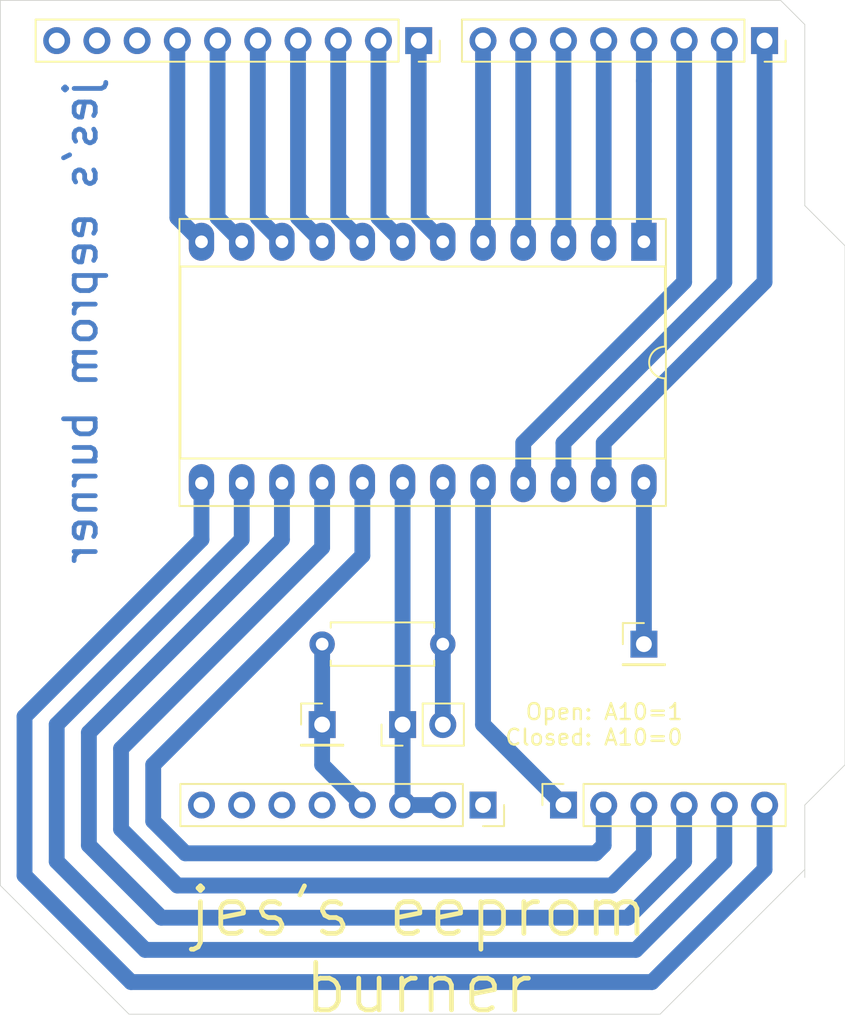
<source format=kicad_pcb>
(kicad_pcb (version 20171130) (host pcbnew 5.1.5+dfsg1-2build2)

  (general
    (thickness 1.6)
    (drawings 14)
    (tracks 76)
    (zones 0)
    (modules 9)
    (nets 1)
  )

  (page A4)
  (layers
    (0 F.Cu signal)
    (31 B.Cu signal)
    (32 B.Adhes user)
    (33 F.Adhes user)
    (34 B.Paste user)
    (35 F.Paste user)
    (36 B.SilkS user)
    (37 F.SilkS user)
    (38 B.Mask user)
    (39 F.Mask user)
    (40 Dwgs.User user)
    (41 Cmts.User user)
    (42 Eco1.User user)
    (43 Eco2.User user)
    (44 Edge.Cuts user)
    (45 Margin user)
    (46 B.CrtYd user)
    (47 F.CrtYd user)
    (48 B.Fab user hide)
    (49 F.Fab user hide)
  )

  (setup
    (last_trace_width 1)
    (trace_clearance 1)
    (zone_clearance 0.508)
    (zone_45_only no)
    (trace_min 0.2)
    (via_size 0.8)
    (via_drill 0.4)
    (via_min_size 0.4)
    (via_min_drill 0.3)
    (uvia_size 0.3)
    (uvia_drill 0.1)
    (uvias_allowed no)
    (uvia_min_size 0.2)
    (uvia_min_drill 0.1)
    (edge_width 0.05)
    (segment_width 0.2)
    (pcb_text_width 0.3)
    (pcb_text_size 1.5 1.5)
    (mod_edge_width 0.12)
    (mod_text_size 1 1)
    (mod_text_width 0.15)
    (pad_size 1.524 1.524)
    (pad_drill 0.762)
    (pad_to_mask_clearance 0.051)
    (solder_mask_min_width 0.25)
    (aux_axis_origin 0 0)
    (visible_elements FFFFFF7F)
    (pcbplotparams
      (layerselection 0x01020_fffffffe)
      (usegerberextensions false)
      (usegerberattributes false)
      (usegerberadvancedattributes false)
      (creategerberjobfile false)
      (excludeedgelayer true)
      (linewidth 0.100000)
      (plotframeref false)
      (viasonmask false)
      (mode 1)
      (useauxorigin false)
      (hpglpennumber 1)
      (hpglpenspeed 20)
      (hpglpendiameter 15.000000)
      (psnegative false)
      (psa4output false)
      (plotreference false)
      (plotvalue false)
      (plotinvisibletext false)
      (padsonsilk false)
      (subtractmaskfromsilk false)
      (outputformat 1)
      (mirror false)
      (drillshape 0)
      (scaleselection 1)
      (outputdirectory "gerber/"))
  )

  (net 0 "")

  (net_class Default "This is the default net class."
    (clearance 1)
    (trace_width 1)
    (via_dia 0.8)
    (via_drill 0.4)
    (uvia_dia 0.3)
    (uvia_drill 0.1)
  )

  (module Connector_PinSocket_2.54mm:PinSocket_1x10_P2.54mm_Vertical (layer F.Cu) (tedit 5A19A425) (tstamp 6024BE8D)
    (at 102.616 81.28 270)
    (descr "Through hole straight socket strip, 1x10, 2.54mm pitch, single row (from Kicad 4.0.7), script generated")
    (tags "Through hole socket strip THT 1x10 2.54mm single row")
    (fp_text reference REF** (at 0 -2.77 90) (layer F.SilkS) hide
      (effects (font (size 1 1) (thickness 0.15)))
    )
    (fp_text value PinSocket_1x10_P2.54mm_Vertical (at 0 25.63 90) (layer F.Fab)
      (effects (font (size 1 1) (thickness 0.15)))
    )
    (fp_text user %R (at 0 11.43) (layer F.Fab)
      (effects (font (size 1 1) (thickness 0.15)))
    )
    (fp_line (start -1.8 24.6) (end -1.8 -1.8) (layer F.CrtYd) (width 0.05))
    (fp_line (start 1.75 24.6) (end -1.8 24.6) (layer F.CrtYd) (width 0.05))
    (fp_line (start 1.75 -1.8) (end 1.75 24.6) (layer F.CrtYd) (width 0.05))
    (fp_line (start -1.8 -1.8) (end 1.75 -1.8) (layer F.CrtYd) (width 0.05))
    (fp_line (start 0 -1.33) (end 1.33 -1.33) (layer F.SilkS) (width 0.12))
    (fp_line (start 1.33 -1.33) (end 1.33 0) (layer F.SilkS) (width 0.12))
    (fp_line (start 1.33 1.27) (end 1.33 24.19) (layer F.SilkS) (width 0.12))
    (fp_line (start -1.33 24.19) (end 1.33 24.19) (layer F.SilkS) (width 0.12))
    (fp_line (start -1.33 1.27) (end -1.33 24.19) (layer F.SilkS) (width 0.12))
    (fp_line (start -1.33 1.27) (end 1.33 1.27) (layer F.SilkS) (width 0.12))
    (fp_line (start -1.27 24.13) (end -1.27 -1.27) (layer F.Fab) (width 0.1))
    (fp_line (start 1.27 24.13) (end -1.27 24.13) (layer F.Fab) (width 0.1))
    (fp_line (start 1.27 -0.635) (end 1.27 24.13) (layer F.Fab) (width 0.1))
    (fp_line (start 0.635 -1.27) (end 1.27 -0.635) (layer F.Fab) (width 0.1))
    (fp_line (start -1.27 -1.27) (end 0.635 -1.27) (layer F.Fab) (width 0.1))
    (pad 10 thru_hole oval (at 0 22.86 270) (size 1.7 1.7) (drill 1) (layers *.Cu *.Mask))
    (pad 9 thru_hole oval (at 0 20.32 270) (size 1.7 1.7) (drill 1) (layers *.Cu *.Mask))
    (pad 8 thru_hole oval (at 0 17.78 270) (size 1.7 1.7) (drill 1) (layers *.Cu *.Mask))
    (pad 7 thru_hole oval (at 0 15.24 270) (size 1.7 1.7) (drill 1) (layers *.Cu *.Mask))
    (pad 6 thru_hole oval (at 0 12.7 270) (size 1.7 1.7) (drill 1) (layers *.Cu *.Mask))
    (pad 5 thru_hole oval (at 0 10.16 270) (size 1.7 1.7) (drill 1) (layers *.Cu *.Mask))
    (pad 4 thru_hole oval (at 0 7.62 270) (size 1.7 1.7) (drill 1) (layers *.Cu *.Mask))
    (pad 3 thru_hole oval (at 0 5.08 270) (size 1.7 1.7) (drill 1) (layers *.Cu *.Mask))
    (pad 2 thru_hole oval (at 0 2.54 270) (size 1.7 1.7) (drill 1) (layers *.Cu *.Mask))
    (pad 1 thru_hole rect (at 0 0 270) (size 1.7 1.7) (drill 1) (layers *.Cu *.Mask))
    (model ${KISYS3DMOD}/Connector_PinSocket_2.54mm.3dshapes/PinSocket_1x10_P2.54mm_Vertical.wrl
      (at (xyz 0 0 0))
      (scale (xyz 1 1 1))
      (rotate (xyz 0 0 0))
    )
  )

  (module Connector_PinHeader_2.54mm:PinHeader_1x01_P2.54mm_Vertical (layer F.Cu) (tedit 59FED5CC) (tstamp 6024F171)
    (at 116.84 119.38)
    (descr "Through hole straight pin header, 1x01, 2.54mm pitch, single row")
    (tags "Through hole pin header THT 1x01 2.54mm single row")
    (fp_text reference REF** (at 0 -2.33) (layer F.SilkS) hide
      (effects (font (size 1 1) (thickness 0.15)))
    )
    (fp_text value PinHeader_1x01_P2.54mm_Vertical (at 0 2.33) (layer F.Fab)
      (effects (font (size 1 1) (thickness 0.15)))
    )
    (fp_line (start -0.635 -1.27) (end 1.27 -1.27) (layer F.Fab) (width 0.1))
    (fp_line (start 1.27 -1.27) (end 1.27 1.27) (layer F.Fab) (width 0.1))
    (fp_line (start 1.27 1.27) (end -1.27 1.27) (layer F.Fab) (width 0.1))
    (fp_line (start -1.27 1.27) (end -1.27 -0.635) (layer F.Fab) (width 0.1))
    (fp_line (start -1.27 -0.635) (end -0.635 -1.27) (layer F.Fab) (width 0.1))
    (fp_line (start -1.33 1.33) (end 1.33 1.33) (layer F.SilkS) (width 0.12))
    (fp_line (start -1.33 1.27) (end -1.33 1.33) (layer F.SilkS) (width 0.12))
    (fp_line (start 1.33 1.27) (end 1.33 1.33) (layer F.SilkS) (width 0.12))
    (fp_line (start -1.33 1.27) (end 1.33 1.27) (layer F.SilkS) (width 0.12))
    (fp_line (start -1.33 0) (end -1.33 -1.33) (layer F.SilkS) (width 0.12))
    (fp_line (start -1.33 -1.33) (end 0 -1.33) (layer F.SilkS) (width 0.12))
    (fp_line (start -1.8 -1.8) (end -1.8 1.8) (layer F.CrtYd) (width 0.05))
    (fp_line (start -1.8 1.8) (end 1.8 1.8) (layer F.CrtYd) (width 0.05))
    (fp_line (start 1.8 1.8) (end 1.8 -1.8) (layer F.CrtYd) (width 0.05))
    (fp_line (start 1.8 -1.8) (end -1.8 -1.8) (layer F.CrtYd) (width 0.05))
    (fp_text user %R (at 0 0 90) (layer F.Fab)
      (effects (font (size 1 1) (thickness 0.15)))
    )
    (pad 1 thru_hole rect (at 0 0) (size 1.7 1.7) (drill 1) (layers *.Cu *.Mask))
    (model ${KISYS3DMOD}/Connector_PinHeader_2.54mm.3dshapes/PinHeader_1x01_P2.54mm_Vertical.wrl
      (at (xyz 0 0 0))
      (scale (xyz 1 1 1))
      (rotate (xyz 0 0 0))
    )
  )

  (module Connector_PinHeader_2.54mm:PinHeader_1x01_P2.54mm_Vertical (layer F.Cu) (tedit 59FED5CC) (tstamp 6024F0EB)
    (at 96.52 124.46)
    (descr "Through hole straight pin header, 1x01, 2.54mm pitch, single row")
    (tags "Through hole pin header THT 1x01 2.54mm single row")
    (fp_text reference REF** (at 0 -2.33) (layer F.SilkS) hide
      (effects (font (size 1 1) (thickness 0.15)))
    )
    (fp_text value PinHeader_1x01_P2.54mm_Vertical (at 0 2.33) (layer F.Fab)
      (effects (font (size 1 1) (thickness 0.15)))
    )
    (fp_text user %R (at 0 0 90) (layer F.Fab)
      (effects (font (size 1 1) (thickness 0.15)))
    )
    (fp_line (start 1.8 -1.8) (end -1.8 -1.8) (layer F.CrtYd) (width 0.05))
    (fp_line (start 1.8 1.8) (end 1.8 -1.8) (layer F.CrtYd) (width 0.05))
    (fp_line (start -1.8 1.8) (end 1.8 1.8) (layer F.CrtYd) (width 0.05))
    (fp_line (start -1.8 -1.8) (end -1.8 1.8) (layer F.CrtYd) (width 0.05))
    (fp_line (start -1.33 -1.33) (end 0 -1.33) (layer F.SilkS) (width 0.12))
    (fp_line (start -1.33 0) (end -1.33 -1.33) (layer F.SilkS) (width 0.12))
    (fp_line (start -1.33 1.27) (end 1.33 1.27) (layer F.SilkS) (width 0.12))
    (fp_line (start 1.33 1.27) (end 1.33 1.33) (layer F.SilkS) (width 0.12))
    (fp_line (start -1.33 1.27) (end -1.33 1.33) (layer F.SilkS) (width 0.12))
    (fp_line (start -1.33 1.33) (end 1.33 1.33) (layer F.SilkS) (width 0.12))
    (fp_line (start -1.27 -0.635) (end -0.635 -1.27) (layer F.Fab) (width 0.1))
    (fp_line (start -1.27 1.27) (end -1.27 -0.635) (layer F.Fab) (width 0.1))
    (fp_line (start 1.27 1.27) (end -1.27 1.27) (layer F.Fab) (width 0.1))
    (fp_line (start 1.27 -1.27) (end 1.27 1.27) (layer F.Fab) (width 0.1))
    (fp_line (start -0.635 -1.27) (end 1.27 -1.27) (layer F.Fab) (width 0.1))
    (pad 1 thru_hole rect (at 0 0) (size 1.7 1.7) (drill 1) (layers *.Cu *.Mask))
    (model ${KISYS3DMOD}/Connector_PinHeader_2.54mm.3dshapes/PinHeader_1x01_P2.54mm_Vertical.wrl
      (at (xyz 0 0 0))
      (scale (xyz 1 1 1))
      (rotate (xyz 0 0 0))
    )
  )

  (module Connector_PinHeader_2.54mm:PinHeader_1x02_P2.54mm_Vertical (layer F.Cu) (tedit 59FED5CC) (tstamp 6024EA27)
    (at 101.6 124.46 90)
    (descr "Through hole straight pin header, 1x02, 2.54mm pitch, single row")
    (tags "Through hole pin header THT 1x02 2.54mm single row")
    (fp_text reference REF** (at 0 -2.33 90) (layer F.SilkS) hide
      (effects (font (size 1 1) (thickness 0.15)))
    )
    (fp_text value PinHeader_1x02_P2.54mm_Vertical (at 0 4.87 90) (layer F.Fab)
      (effects (font (size 1 1) (thickness 0.15)))
    )
    (fp_text user %R (at 0 1.27) (layer F.Fab)
      (effects (font (size 1 1) (thickness 0.15)))
    )
    (fp_line (start 1.8 -1.8) (end -1.8 -1.8) (layer F.CrtYd) (width 0.05))
    (fp_line (start 1.8 4.35) (end 1.8 -1.8) (layer F.CrtYd) (width 0.05))
    (fp_line (start -1.8 4.35) (end 1.8 4.35) (layer F.CrtYd) (width 0.05))
    (fp_line (start -1.8 -1.8) (end -1.8 4.35) (layer F.CrtYd) (width 0.05))
    (fp_line (start -1.33 -1.33) (end 0 -1.33) (layer F.SilkS) (width 0.12))
    (fp_line (start -1.33 0) (end -1.33 -1.33) (layer F.SilkS) (width 0.12))
    (fp_line (start -1.33 1.27) (end 1.33 1.27) (layer F.SilkS) (width 0.12))
    (fp_line (start 1.33 1.27) (end 1.33 3.87) (layer F.SilkS) (width 0.12))
    (fp_line (start -1.33 1.27) (end -1.33 3.87) (layer F.SilkS) (width 0.12))
    (fp_line (start -1.33 3.87) (end 1.33 3.87) (layer F.SilkS) (width 0.12))
    (fp_line (start -1.27 -0.635) (end -0.635 -1.27) (layer F.Fab) (width 0.1))
    (fp_line (start -1.27 3.81) (end -1.27 -0.635) (layer F.Fab) (width 0.1))
    (fp_line (start 1.27 3.81) (end -1.27 3.81) (layer F.Fab) (width 0.1))
    (fp_line (start 1.27 -1.27) (end 1.27 3.81) (layer F.Fab) (width 0.1))
    (fp_line (start -0.635 -1.27) (end 1.27 -1.27) (layer F.Fab) (width 0.1))
    (pad 2 thru_hole oval (at 0 2.54 90) (size 1.7 1.7) (drill 1) (layers *.Cu *.Mask))
    (pad 1 thru_hole rect (at 0 0 90) (size 1.7 1.7) (drill 1) (layers *.Cu *.Mask))
    (model ${KISYS3DMOD}/Connector_PinHeader_2.54mm.3dshapes/PinHeader_1x02_P2.54mm_Vertical.wrl
      (at (xyz 0 0 0))
      (scale (xyz 1 1 1))
      (rotate (xyz 0 0 0))
    )
  )

  (module Resistor_THT:R_Axial_DIN0207_L6.3mm_D2.5mm_P7.62mm_Horizontal (layer F.Cu) (tedit 5AE5139B) (tstamp 6024D88E)
    (at 96.52 119.38)
    (descr "Resistor, Axial_DIN0207 series, Axial, Horizontal, pin pitch=7.62mm, 0.25W = 1/4W, length*diameter=6.3*2.5mm^2, http://cdn-reichelt.de/documents/datenblatt/B400/1_4W%23YAG.pdf")
    (tags "Resistor Axial_DIN0207 series Axial Horizontal pin pitch 7.62mm 0.25W = 1/4W length 6.3mm diameter 2.5mm")
    (fp_text reference REF** (at 3.81 -2.37) (layer F.SilkS) hide
      (effects (font (size 1 1) (thickness 0.15)))
    )
    (fp_text value R_Axial_DIN0207_L6.3mm_D2.5mm_P7.62mm_Horizontal (at 3.81 2.37) (layer F.Fab)
      (effects (font (size 1 1) (thickness 0.15)))
    )
    (fp_text user %R (at 3.81 0 180) (layer F.Fab)
      (effects (font (size 1 1) (thickness 0.15)))
    )
    (fp_line (start 8.67 -1.5) (end -1.05 -1.5) (layer F.CrtYd) (width 0.05))
    (fp_line (start 8.67 1.5) (end 8.67 -1.5) (layer F.CrtYd) (width 0.05))
    (fp_line (start -1.05 1.5) (end 8.67 1.5) (layer F.CrtYd) (width 0.05))
    (fp_line (start -1.05 -1.5) (end -1.05 1.5) (layer F.CrtYd) (width 0.05))
    (fp_line (start 7.08 1.37) (end 7.08 1.04) (layer F.SilkS) (width 0.12))
    (fp_line (start 0.54 1.37) (end 7.08 1.37) (layer F.SilkS) (width 0.12))
    (fp_line (start 0.54 1.04) (end 0.54 1.37) (layer F.SilkS) (width 0.12))
    (fp_line (start 7.08 -1.37) (end 7.08 -1.04) (layer F.SilkS) (width 0.12))
    (fp_line (start 0.54 -1.37) (end 7.08 -1.37) (layer F.SilkS) (width 0.12))
    (fp_line (start 0.54 -1.04) (end 0.54 -1.37) (layer F.SilkS) (width 0.12))
    (fp_line (start 7.62 0) (end 6.96 0) (layer F.Fab) (width 0.1))
    (fp_line (start 0 0) (end 0.66 0) (layer F.Fab) (width 0.1))
    (fp_line (start 6.96 -1.25) (end 0.66 -1.25) (layer F.Fab) (width 0.1))
    (fp_line (start 6.96 1.25) (end 6.96 -1.25) (layer F.Fab) (width 0.1))
    (fp_line (start 0.66 1.25) (end 6.96 1.25) (layer F.Fab) (width 0.1))
    (fp_line (start 0.66 -1.25) (end 0.66 1.25) (layer F.Fab) (width 0.1))
    (pad 2 thru_hole oval (at 7.62 0) (size 1.6 1.6) (drill 0.8) (layers *.Cu *.Mask))
    (pad 1 thru_hole circle (at 0 0) (size 1.6 1.6) (drill 0.8) (layers *.Cu *.Mask))
    (model ${KISYS3DMOD}/Resistor_THT.3dshapes/R_Axial_DIN0207_L6.3mm_D2.5mm_P7.62mm_Horizontal.wrl
      (at (xyz 0 0 0))
      (scale (xyz 1 1 1))
      (rotate (xyz 0 0 0))
    )
  )

  (module Package_DIP:DIP-24_W15.24mm_Socket_LongPads (layer F.Cu) (tedit 5A02E8C5) (tstamp 6024EAD1)
    (at 116.84 93.98 270)
    (descr "24-lead though-hole mounted DIP package, row spacing 15.24 mm (600 mils), Socket, LongPads")
    (tags "THT DIP DIL PDIP 2.54mm 15.24mm 600mil Socket LongPads")
    (fp_text reference REF** (at 7.62 -2.33 90) (layer F.SilkS) hide
      (effects (font (size 1 1) (thickness 0.15)))
    )
    (fp_text value DIP-24_W15.24mm_Socket_LongPads (at 7.62 30.27 90) (layer F.Fab)
      (effects (font (size 1 1) (thickness 0.15)))
    )
    (fp_text user %R (at 7.62 13.97 90) (layer F.Fab)
      (effects (font (size 1 1) (thickness 0.15)))
    )
    (fp_line (start 16.8 -1.6) (end -1.55 -1.6) (layer F.CrtYd) (width 0.05))
    (fp_line (start 16.8 29.55) (end 16.8 -1.6) (layer F.CrtYd) (width 0.05))
    (fp_line (start -1.55 29.55) (end 16.8 29.55) (layer F.CrtYd) (width 0.05))
    (fp_line (start -1.55 -1.6) (end -1.55 29.55) (layer F.CrtYd) (width 0.05))
    (fp_line (start 16.68 -1.39) (end -1.44 -1.39) (layer F.SilkS) (width 0.12))
    (fp_line (start 16.68 29.33) (end 16.68 -1.39) (layer F.SilkS) (width 0.12))
    (fp_line (start -1.44 29.33) (end 16.68 29.33) (layer F.SilkS) (width 0.12))
    (fp_line (start -1.44 -1.39) (end -1.44 29.33) (layer F.SilkS) (width 0.12))
    (fp_line (start 13.68 -1.33) (end 8.62 -1.33) (layer F.SilkS) (width 0.12))
    (fp_line (start 13.68 29.27) (end 13.68 -1.33) (layer F.SilkS) (width 0.12))
    (fp_line (start 1.56 29.27) (end 13.68 29.27) (layer F.SilkS) (width 0.12))
    (fp_line (start 1.56 -1.33) (end 1.56 29.27) (layer F.SilkS) (width 0.12))
    (fp_line (start 6.62 -1.33) (end 1.56 -1.33) (layer F.SilkS) (width 0.12))
    (fp_line (start 16.51 -1.33) (end -1.27 -1.33) (layer F.Fab) (width 0.1))
    (fp_line (start 16.51 29.27) (end 16.51 -1.33) (layer F.Fab) (width 0.1))
    (fp_line (start -1.27 29.27) (end 16.51 29.27) (layer F.Fab) (width 0.1))
    (fp_line (start -1.27 -1.33) (end -1.27 29.27) (layer F.Fab) (width 0.1))
    (fp_line (start 0.255 -0.27) (end 1.255 -1.27) (layer F.Fab) (width 0.1))
    (fp_line (start 0.255 29.21) (end 0.255 -0.27) (layer F.Fab) (width 0.1))
    (fp_line (start 14.985 29.21) (end 0.255 29.21) (layer F.Fab) (width 0.1))
    (fp_line (start 14.985 -1.27) (end 14.985 29.21) (layer F.Fab) (width 0.1))
    (fp_line (start 1.255 -1.27) (end 14.985 -1.27) (layer F.Fab) (width 0.1))
    (fp_arc (start 7.62 -1.33) (end 6.62 -1.33) (angle -180) (layer F.SilkS) (width 0.12))
    (pad 24 thru_hole oval (at 15.24 0 270) (size 2.4 1.6) (drill 0.8) (layers *.Cu *.Mask))
    (pad 12 thru_hole oval (at 0 27.94 270) (size 2.4 1.6) (drill 0.8) (layers *.Cu *.Mask))
    (pad 23 thru_hole oval (at 15.24 2.54 270) (size 2.4 1.6) (drill 0.8) (layers *.Cu *.Mask))
    (pad 11 thru_hole oval (at 0 25.4 270) (size 2.4 1.6) (drill 0.8) (layers *.Cu *.Mask))
    (pad 22 thru_hole oval (at 15.24 5.08 270) (size 2.4 1.6) (drill 0.8) (layers *.Cu *.Mask))
    (pad 10 thru_hole oval (at 0 22.86 270) (size 2.4 1.6) (drill 0.8) (layers *.Cu *.Mask))
    (pad 21 thru_hole oval (at 15.24 7.62 270) (size 2.4 1.6) (drill 0.8) (layers *.Cu *.Mask))
    (pad 9 thru_hole oval (at 0 20.32 270) (size 2.4 1.6) (drill 0.8) (layers *.Cu *.Mask))
    (pad 20 thru_hole oval (at 15.24 10.16 270) (size 2.4 1.6) (drill 0.8) (layers *.Cu *.Mask))
    (pad 8 thru_hole oval (at 0 17.78 270) (size 2.4 1.6) (drill 0.8) (layers *.Cu *.Mask))
    (pad 19 thru_hole oval (at 15.24 12.7 270) (size 2.4 1.6) (drill 0.8) (layers *.Cu *.Mask))
    (pad 7 thru_hole oval (at 0 15.24 270) (size 2.4 1.6) (drill 0.8) (layers *.Cu *.Mask))
    (pad 18 thru_hole oval (at 15.24 15.24 270) (size 2.4 1.6) (drill 0.8) (layers *.Cu *.Mask))
    (pad 6 thru_hole oval (at 0 12.7 270) (size 2.4 1.6) (drill 0.8) (layers *.Cu *.Mask))
    (pad 17 thru_hole oval (at 15.24 17.78 270) (size 2.4 1.6) (drill 0.8) (layers *.Cu *.Mask))
    (pad 5 thru_hole oval (at 0 10.16 270) (size 2.4 1.6) (drill 0.8) (layers *.Cu *.Mask))
    (pad 16 thru_hole oval (at 15.24 20.32 270) (size 2.4 1.6) (drill 0.8) (layers *.Cu *.Mask))
    (pad 4 thru_hole oval (at 0 7.62 270) (size 2.4 1.6) (drill 0.8) (layers *.Cu *.Mask))
    (pad 15 thru_hole oval (at 15.24 22.86 270) (size 2.4 1.6) (drill 0.8) (layers *.Cu *.Mask))
    (pad 3 thru_hole oval (at 0 5.08 270) (size 2.4 1.6) (drill 0.8) (layers *.Cu *.Mask))
    (pad 14 thru_hole oval (at 15.24 25.4 270) (size 2.4 1.6) (drill 0.8) (layers *.Cu *.Mask))
    (pad 2 thru_hole oval (at 0 2.54 270) (size 2.4 1.6) (drill 0.8) (layers *.Cu *.Mask))
    (pad 13 thru_hole oval (at 15.24 27.94 270) (size 2.4 1.6) (drill 0.8) (layers *.Cu *.Mask))
    (pad 1 thru_hole rect (at 0 0 270) (size 2.4 1.6) (drill 0.8) (layers *.Cu *.Mask))
    (model ${KISYS3DMOD}/Package_DIP.3dshapes/DIP-24_W15.24mm_Socket.wrl
      (at (xyz 0 0 0))
      (scale (xyz 1 1 1))
      (rotate (xyz 0 0 0))
    )
  )

  (module Connector_PinSocket_2.54mm:PinSocket_1x08_P2.54mm_Vertical (layer F.Cu) (tedit 5A19A420) (tstamp 6024C3F6)
    (at 106.68 129.54 270)
    (descr "Through hole straight socket strip, 1x08, 2.54mm pitch, single row (from Kicad 4.0.7), script generated")
    (tags "Through hole socket strip THT 1x08 2.54mm single row")
    (fp_text reference REF** (at 0 -2.77 90) (layer F.SilkS) hide
      (effects (font (size 1 1) (thickness 0.15)))
    )
    (fp_text value PinSocket_1x08_P2.54mm_Vertical (at 0 20.55 90) (layer F.Fab)
      (effects (font (size 1 1) (thickness 0.15)))
    )
    (fp_line (start -1.27 -1.27) (end 0.635 -1.27) (layer F.Fab) (width 0.1))
    (fp_line (start 0.635 -1.27) (end 1.27 -0.635) (layer F.Fab) (width 0.1))
    (fp_line (start 1.27 -0.635) (end 1.27 19.05) (layer F.Fab) (width 0.1))
    (fp_line (start 1.27 19.05) (end -1.27 19.05) (layer F.Fab) (width 0.1))
    (fp_line (start -1.27 19.05) (end -1.27 -1.27) (layer F.Fab) (width 0.1))
    (fp_line (start -1.33 1.27) (end 1.33 1.27) (layer F.SilkS) (width 0.12))
    (fp_line (start -1.33 1.27) (end -1.33 19.11) (layer F.SilkS) (width 0.12))
    (fp_line (start -1.33 19.11) (end 1.33 19.11) (layer F.SilkS) (width 0.12))
    (fp_line (start 1.33 1.27) (end 1.33 19.11) (layer F.SilkS) (width 0.12))
    (fp_line (start 1.33 -1.33) (end 1.33 0) (layer F.SilkS) (width 0.12))
    (fp_line (start 0 -1.33) (end 1.33 -1.33) (layer F.SilkS) (width 0.12))
    (fp_line (start -1.8 -1.8) (end 1.75 -1.8) (layer F.CrtYd) (width 0.05))
    (fp_line (start 1.75 -1.8) (end 1.75 19.55) (layer F.CrtYd) (width 0.05))
    (fp_line (start 1.75 19.55) (end -1.8 19.55) (layer F.CrtYd) (width 0.05))
    (fp_line (start -1.8 19.55) (end -1.8 -1.8) (layer F.CrtYd) (width 0.05))
    (fp_text user %R (at 0 8.89) (layer F.Fab)
      (effects (font (size 1 1) (thickness 0.15)))
    )
    (pad 1 thru_hole rect (at 0 0 270) (size 1.7 1.7) (drill 1) (layers *.Cu *.Mask))
    (pad 2 thru_hole oval (at 0 2.54 270) (size 1.7 1.7) (drill 1) (layers *.Cu *.Mask))
    (pad 3 thru_hole oval (at 0 5.08 270) (size 1.7 1.7) (drill 1) (layers *.Cu *.Mask))
    (pad 4 thru_hole oval (at 0 7.62 270) (size 1.7 1.7) (drill 1) (layers *.Cu *.Mask))
    (pad 5 thru_hole oval (at 0 10.16 270) (size 1.7 1.7) (drill 1) (layers *.Cu *.Mask))
    (pad 6 thru_hole oval (at 0 12.7 270) (size 1.7 1.7) (drill 1) (layers *.Cu *.Mask))
    (pad 7 thru_hole oval (at 0 15.24 270) (size 1.7 1.7) (drill 1) (layers *.Cu *.Mask))
    (pad 8 thru_hole oval (at 0 17.78 270) (size 1.7 1.7) (drill 1) (layers *.Cu *.Mask))
    (model ${KISYS3DMOD}/Connector_PinSocket_2.54mm.3dshapes/PinSocket_1x08_P2.54mm_Vertical.wrl
      (at (xyz 0 0 0))
      (scale (xyz 1 1 1))
      (rotate (xyz 0 0 0))
    )
  )

  (module Connector_PinSocket_2.54mm:PinSocket_1x06_P2.54mm_Vertical (layer F.Cu) (tedit 5A19A430) (tstamp 6024C3F3)
    (at 111.76 129.54 90)
    (descr "Through hole straight socket strip, 1x06, 2.54mm pitch, single row (from Kicad 4.0.7), script generated")
    (tags "Through hole socket strip THT 1x06 2.54mm single row")
    (fp_text reference REF** (at 0 -2.77 90) (layer F.SilkS) hide
      (effects (font (size 1 1) (thickness 0.15)))
    )
    (fp_text value PinSocket_1x06_P2.54mm_Vertical (at 0 15.47 90) (layer F.Fab)
      (effects (font (size 1 1) (thickness 0.15)))
    )
    (fp_text user %R (at 0 6.35) (layer F.Fab)
      (effects (font (size 1 1) (thickness 0.15)))
    )
    (fp_line (start -1.8 14.45) (end -1.8 -1.8) (layer F.CrtYd) (width 0.05))
    (fp_line (start 1.75 14.45) (end -1.8 14.45) (layer F.CrtYd) (width 0.05))
    (fp_line (start 1.75 -1.8) (end 1.75 14.45) (layer F.CrtYd) (width 0.05))
    (fp_line (start -1.8 -1.8) (end 1.75 -1.8) (layer F.CrtYd) (width 0.05))
    (fp_line (start 0 -1.33) (end 1.33 -1.33) (layer F.SilkS) (width 0.12))
    (fp_line (start 1.33 -1.33) (end 1.33 0) (layer F.SilkS) (width 0.12))
    (fp_line (start 1.33 1.27) (end 1.33 14.03) (layer F.SilkS) (width 0.12))
    (fp_line (start -1.33 14.03) (end 1.33 14.03) (layer F.SilkS) (width 0.12))
    (fp_line (start -1.33 1.27) (end -1.33 14.03) (layer F.SilkS) (width 0.12))
    (fp_line (start -1.33 1.27) (end 1.33 1.27) (layer F.SilkS) (width 0.12))
    (fp_line (start -1.27 13.97) (end -1.27 -1.27) (layer F.Fab) (width 0.1))
    (fp_line (start 1.27 13.97) (end -1.27 13.97) (layer F.Fab) (width 0.1))
    (fp_line (start 1.27 -0.635) (end 1.27 13.97) (layer F.Fab) (width 0.1))
    (fp_line (start 0.635 -1.27) (end 1.27 -0.635) (layer F.Fab) (width 0.1))
    (fp_line (start -1.27 -1.27) (end 0.635 -1.27) (layer F.Fab) (width 0.1))
    (pad 6 thru_hole oval (at 0 12.7 90) (size 1.7 1.7) (drill 1) (layers *.Cu *.Mask))
    (pad 5 thru_hole oval (at 0 10.16 90) (size 1.7 1.7) (drill 1) (layers *.Cu *.Mask))
    (pad 4 thru_hole oval (at 0 7.62 90) (size 1.7 1.7) (drill 1) (layers *.Cu *.Mask))
    (pad 3 thru_hole oval (at 0 5.08 90) (size 1.7 1.7) (drill 1) (layers *.Cu *.Mask))
    (pad 2 thru_hole oval (at 0 2.54 90) (size 1.7 1.7) (drill 1) (layers *.Cu *.Mask))
    (pad 1 thru_hole rect (at 0 0 90) (size 1.7 1.7) (drill 1) (layers *.Cu *.Mask))
    (model ${KISYS3DMOD}/Connector_PinSocket_2.54mm.3dshapes/PinSocket_1x06_P2.54mm_Vertical.wrl
      (at (xyz 0 0 0))
      (scale (xyz 1 1 1))
      (rotate (xyz 0 0 0))
    )
  )

  (module Connector_PinSocket_2.54mm:PinSocket_1x08_P2.54mm_Vertical (layer F.Cu) (tedit 5A19A420) (tstamp 6024B129)
    (at 124.46 81.28 270)
    (descr "Through hole straight socket strip, 1x08, 2.54mm pitch, single row (from Kicad 4.0.7), script generated")
    (tags "Through hole socket strip THT 1x08 2.54mm single row")
    (fp_text reference REF** (at 0 -2.77 90) (layer F.SilkS) hide
      (effects (font (size 1 1) (thickness 0.15)))
    )
    (fp_text value PinSocket_1x08_P2.54mm_Vertical (at 0 20.55 90) (layer F.Fab)
      (effects (font (size 1 1) (thickness 0.15)))
    )
    (fp_text user %R (at 0 8.89) (layer F.Fab)
      (effects (font (size 1 1) (thickness 0.15)))
    )
    (fp_line (start -1.8 19.55) (end -1.8 -1.8) (layer F.CrtYd) (width 0.05))
    (fp_line (start 1.75 19.55) (end -1.8 19.55) (layer F.CrtYd) (width 0.05))
    (fp_line (start 1.75 -1.8) (end 1.75 19.55) (layer F.CrtYd) (width 0.05))
    (fp_line (start -1.8 -1.8) (end 1.75 -1.8) (layer F.CrtYd) (width 0.05))
    (fp_line (start 0 -1.33) (end 1.33 -1.33) (layer F.SilkS) (width 0.12))
    (fp_line (start 1.33 -1.33) (end 1.33 0) (layer F.SilkS) (width 0.12))
    (fp_line (start 1.33 1.27) (end 1.33 19.11) (layer F.SilkS) (width 0.12))
    (fp_line (start -1.33 19.11) (end 1.33 19.11) (layer F.SilkS) (width 0.12))
    (fp_line (start -1.33 1.27) (end -1.33 19.11) (layer F.SilkS) (width 0.12))
    (fp_line (start -1.33 1.27) (end 1.33 1.27) (layer F.SilkS) (width 0.12))
    (fp_line (start -1.27 19.05) (end -1.27 -1.27) (layer F.Fab) (width 0.1))
    (fp_line (start 1.27 19.05) (end -1.27 19.05) (layer F.Fab) (width 0.1))
    (fp_line (start 1.27 -0.635) (end 1.27 19.05) (layer F.Fab) (width 0.1))
    (fp_line (start 0.635 -1.27) (end 1.27 -0.635) (layer F.Fab) (width 0.1))
    (fp_line (start -1.27 -1.27) (end 0.635 -1.27) (layer F.Fab) (width 0.1))
    (pad 8 thru_hole oval (at 0 17.78 270) (size 1.7 1.7) (drill 1) (layers *.Cu *.Mask))
    (pad 7 thru_hole oval (at 0 15.24 270) (size 1.7 1.7) (drill 1) (layers *.Cu *.Mask))
    (pad 6 thru_hole oval (at 0 12.7 270) (size 1.7 1.7) (drill 1) (layers *.Cu *.Mask))
    (pad 5 thru_hole oval (at 0 10.16 270) (size 1.7 1.7) (drill 1) (layers *.Cu *.Mask))
    (pad 4 thru_hole oval (at 0 7.62 270) (size 1.7 1.7) (drill 1) (layers *.Cu *.Mask))
    (pad 3 thru_hole oval (at 0 5.08 270) (size 1.7 1.7) (drill 1) (layers *.Cu *.Mask))
    (pad 2 thru_hole oval (at 0 2.54 270) (size 1.7 1.7) (drill 1) (layers *.Cu *.Mask))
    (pad 1 thru_hole rect (at 0 0 270) (size 1.7 1.7) (drill 1) (layers *.Cu *.Mask))
    (model ${KISYS3DMOD}/Connector_PinSocket_2.54mm.3dshapes/PinSocket_1x08_P2.54mm_Vertical.wrl
      (at (xyz 0 0 0))
      (scale (xyz 1 1 1))
      (rotate (xyz 0 0 0))
    )
  )

  (gr_text "jes's eeprom\nburner" (at 102.616 138.684) (layer F.SilkS)
    (effects (font (size 3 3) (thickness 0.3)))
  )
  (gr_text "jes's eeprom burner" (at 81.28 99.06 90) (layer B.Cu)
    (effects (font (size 2 2) (thickness 0.3)) (justify mirror))
  )
  (gr_text "Open: A10=1\nClosed: A10=0" (at 119.38 124.46) (layer F.SilkS)
    (effects (font (size 1 1) (thickness 0.15)) (justify right))
  )
  (gr_line (start 117.856 142.748) (end 127 133.604) (layer Edge.Cuts) (width 0.05))
  (gr_line (start 84.328 142.748) (end 117.856 142.748) (layer Edge.Cuts) (width 0.05))
  (gr_line (start 76.2 134.62) (end 84.328 142.748) (layer Edge.Cuts) (width 0.05))
  (gr_line (start 76.2 78.74) (end 76.2 134.62) (layer Edge.Cuts) (width 0.05) (tstamp 6024EB73))
  (gr_line (start 129.54 94.234) (end 127 91.694) (layer Edge.Cuts) (width 0.05))
  (gr_line (start 125.476 78.74) (end 127 80.264) (layer Edge.Cuts) (width 0.05))
  (gr_line (start 127 80.264) (end 127 91.694) (layer Edge.Cuts) (width 0.05))
  (gr_line (start 127 129.54) (end 127 134.112) (layer Edge.Cuts) (width 0.05))
  (gr_line (start 129.54 127) (end 127 129.54) (layer Edge.Cuts) (width 0.05))
  (gr_line (start 129.54 94.234) (end 129.54 127) (layer Edge.Cuts) (width 0.05))
  (gr_line (start 76.2 78.74) (end 125.476 78.74) (layer Edge.Cuts) (width 0.05))

  (segment (start 101.6 129.54) (end 104.14 129.54) (width 1) (layer B.Cu) (net 0))
  (segment (start 96.52 127) (end 99.06 129.54) (width 1) (layer B.Cu) (net 0))
  (segment (start 96.52 127) (end 96.52 119.38) (width 1) (layer B.Cu) (net 0))
  (segment (start 101.6 129.54) (end 101.6 109.22) (width 1) (layer B.Cu) (net 0))
  (segment (start 104.14 124.46) (end 104.14 109.22) (width 1) (layer B.Cu) (net 0))
  (segment (start 116.84 109.22) (end 116.84 119.38) (width 1) (layer B.Cu) (net 0))
  (segment (start 106.68 93.24) (end 106.68 93.98) (width 1) (layer B.Cu) (net 0))
  (segment (start 106.68 81.28) (end 106.68 93.24) (width 1) (layer B.Cu) (net 0))
  (segment (start 109.22 93.24) (end 109.22 93.98) (width 1) (layer B.Cu) (net 0))
  (segment (start 109.22 81.28) (end 109.22 93.24) (width 1) (layer B.Cu) (net 0))
  (segment (start 111.76 81.28) (end 111.76 93.24) (width 1) (layer B.Cu) (net 0))
  (segment (start 114.3 93.24) (end 114.3 93.98) (width 1) (layer B.Cu) (net 0))
  (segment (start 114.3 81.28) (end 114.3 93.24) (width 1) (layer B.Cu) (net 0))
  (segment (start 116.84 83.82) (end 116.84 81.28) (width 1) (layer B.Cu) (net 0))
  (segment (start 116.84 93.98) (end 116.84 83.82) (width 1) (layer B.Cu) (net 0))
  (segment (start 89.916 92.456) (end 91.44 93.98) (width 1) (layer B.Cu) (net 0))
  (segment (start 89.916 81.28) (end 89.916 92.456) (width 1) (layer B.Cu) (net 0))
  (segment (start 92.456 92.456) (end 93.98 93.98) (width 1) (layer B.Cu) (net 0))
  (segment (start 92.456 81.28) (end 92.456 92.456) (width 1) (layer B.Cu) (net 0))
  (segment (start 94.996 92.456) (end 96.52 93.98) (width 1) (layer B.Cu) (net 0))
  (segment (start 94.996 81.28) (end 94.996 92.456) (width 1) (layer B.Cu) (net 0))
  (segment (start 97.536 92.456) (end 99.06 93.98) (width 1) (layer B.Cu) (net 0))
  (segment (start 97.536 81.28) (end 97.536 92.456) (width 1) (layer B.Cu) (net 0))
  (segment (start 100.076 92.456) (end 101.6 93.98) (width 1) (layer B.Cu) (net 0))
  (segment (start 100.076 81.28) (end 100.076 92.456) (width 1) (layer B.Cu) (net 0))
  (segment (start 102.616 92.456) (end 104.14 93.98) (width 1) (layer B.Cu) (net 0))
  (segment (start 102.616 81.28) (end 102.616 92.456) (width 1) (layer B.Cu) (net 0))
  (segment (start 87.376 81.28) (end 87.376 92.456) (width 1) (layer B.Cu) (net 0))
  (segment (start 87.376 92.456) (end 88.9 93.98) (width 1) (layer B.Cu) (net 0))
  (segment (start 114.3 101.6) (end 109.22 106.68) (width 1) (layer B.Cu) (net 0))
  (segment (start 109.22 106.68) (end 109.22 109.22) (width 1) (layer B.Cu) (net 0))
  (segment (start 106.68 109.22) (end 106.68 124.46) (width 1) (layer B.Cu) (net 0))
  (segment (start 106.68 124.46) (end 111.76 129.54) (width 1) (layer B.Cu) (net 0))
  (segment (start 114.3 101.6) (end 119.38 96.52) (width 1) (layer B.Cu) (net 0))
  (segment (start 119.38 96.52) (end 119.38 81.28) (width 1) (layer B.Cu) (net 0))
  (segment (start 121.92 96.52) (end 121.92 81.28) (width 1) (layer B.Cu) (net 0))
  (segment (start 111.76 106.68) (end 121.92 96.52) (width 1) (layer B.Cu) (net 0))
  (segment (start 111.76 109.22) (end 111.76 106.68) (width 1) (layer B.Cu) (net 0))
  (segment (start 114.3 109.22) (end 114.3 106.68) (width 1) (layer B.Cu) (net 0))
  (segment (start 114.3 106.68) (end 124.46 96.52) (width 1) (layer B.Cu) (net 0))
  (segment (start 124.46 96.52) (end 124.46 81.28) (width 1) (layer B.Cu) (net 0))
  (segment (start 114.3 132.08) (end 114.3 129.54) (width 1) (layer B.Cu) (net 0))
  (segment (start 113.792 132.588) (end 114.3 132.08) (width 1) (layer B.Cu) (net 0))
  (segment (start 85.852 130.556) (end 87.884 132.588) (width 1) (layer B.Cu) (net 0))
  (segment (start 87.884 132.588) (end 113.792 132.588) (width 1) (layer B.Cu) (net 0))
  (segment (start 85.852 127) (end 85.852 130.556) (width 1) (layer B.Cu) (net 0))
  (segment (start 99.06 113.792) (end 85.852 127) (width 1) (layer B.Cu) (net 0))
  (segment (start 99.06 109.22) (end 99.06 113.792) (width 1) (layer B.Cu) (net 0))
  (segment (start 114.808 134.62) (end 116.84 132.588) (width 1) (layer B.Cu) (net 0))
  (segment (start 116.84 132.588) (end 116.84 129.54) (width 1) (layer B.Cu) (net 0))
  (segment (start 87.376 134.62) (end 114.808 134.62) (width 1) (layer B.Cu) (net 0))
  (segment (start 83.82 125.984) (end 83.82 131.064) (width 1) (layer B.Cu) (net 0))
  (segment (start 96.52 113.284) (end 83.82 125.984) (width 1) (layer B.Cu) (net 0))
  (segment (start 83.82 131.064) (end 87.376 134.62) (width 1) (layer B.Cu) (net 0))
  (segment (start 96.52 109.22) (end 96.52 113.284) (width 1) (layer B.Cu) (net 0))
  (segment (start 115.824 136.652) (end 119.38 133.096) (width 1) (layer B.Cu) (net 0))
  (segment (start 119.38 133.096) (end 119.38 129.54) (width 1) (layer B.Cu) (net 0))
  (segment (start 86.36 136.652) (end 115.824 136.652) (width 1) (layer B.Cu) (net 0))
  (segment (start 81.788 132.08) (end 86.36 136.652) (width 1) (layer B.Cu) (net 0))
  (segment (start 81.788 124.968) (end 81.788 132.08) (width 1) (layer B.Cu) (net 0))
  (segment (start 93.98 112.776) (end 81.788 124.968) (width 1) (layer B.Cu) (net 0))
  (segment (start 93.98 109.22) (end 93.98 112.776) (width 1) (layer B.Cu) (net 0))
  (segment (start 121.92 133.096) (end 121.92 129.54) (width 1) (layer B.Cu) (net 0))
  (segment (start 116.332 138.684) (end 121.92 133.096) (width 1) (layer B.Cu) (net 0))
  (segment (start 85.344 138.684) (end 116.332 138.684) (width 1) (layer B.Cu) (net 0))
  (segment (start 79.756 133.096) (end 85.344 138.684) (width 1) (layer B.Cu) (net 0))
  (segment (start 79.756 124.46) (end 79.756 133.096) (width 1) (layer B.Cu) (net 0))
  (segment (start 91.44 112.776) (end 79.756 124.46) (width 1) (layer B.Cu) (net 0))
  (segment (start 91.44 109.22) (end 91.44 112.776) (width 1) (layer B.Cu) (net 0))
  (segment (start 124.46 133.604) (end 124.46 129.54) (width 1) (layer B.Cu) (net 0))
  (segment (start 117.348 140.716) (end 124.46 133.604) (width 1) (layer B.Cu) (net 0))
  (segment (start 84.452688 140.716) (end 117.348 140.716) (width 1) (layer B.Cu) (net 0))
  (segment (start 77.72501 133.988322) (end 84.452688 140.716) (width 1) (layer B.Cu) (net 0))
  (segment (start 77.72501 123.95099) (end 77.72501 133.988322) (width 1) (layer B.Cu) (net 0))
  (segment (start 88.9 112.776) (end 77.72501 123.95099) (width 1) (layer B.Cu) (net 0))
  (segment (start 88.9 109.22) (end 88.9 112.776) (width 1) (layer B.Cu) (net 0))

)

</source>
